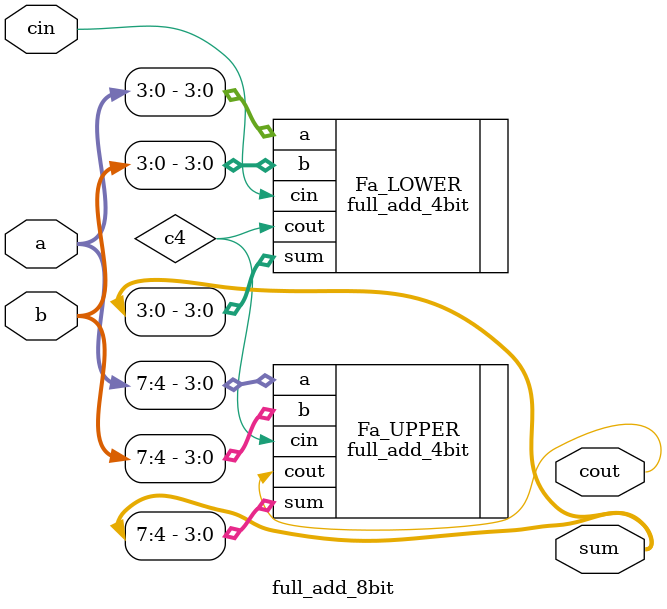
<source format=v>
`timescale 1ns / 1ps


module full_add_8bit(
    input [7:0] a,       
    input [7:0] b,         
    input cin,            
    output [7:0] sum,      
    output cout          
);

    wire c4;       
    // Instantiate the lower 4-bit full adder
    full_add_4bit Fa_LOWER(.a(a[3:0]),.b(b[3:0]),.cin(cin),.sum(sum[3:0]),.cout(c4));

    // Instantiate the upper 4-bit full adder
    full_add_4bit Fa_UPPER(.a(a[7:4]),.b(b[7:4]),.cin(c4),.sum(sum[7:4]),.cout(cout));

endmodule

</source>
